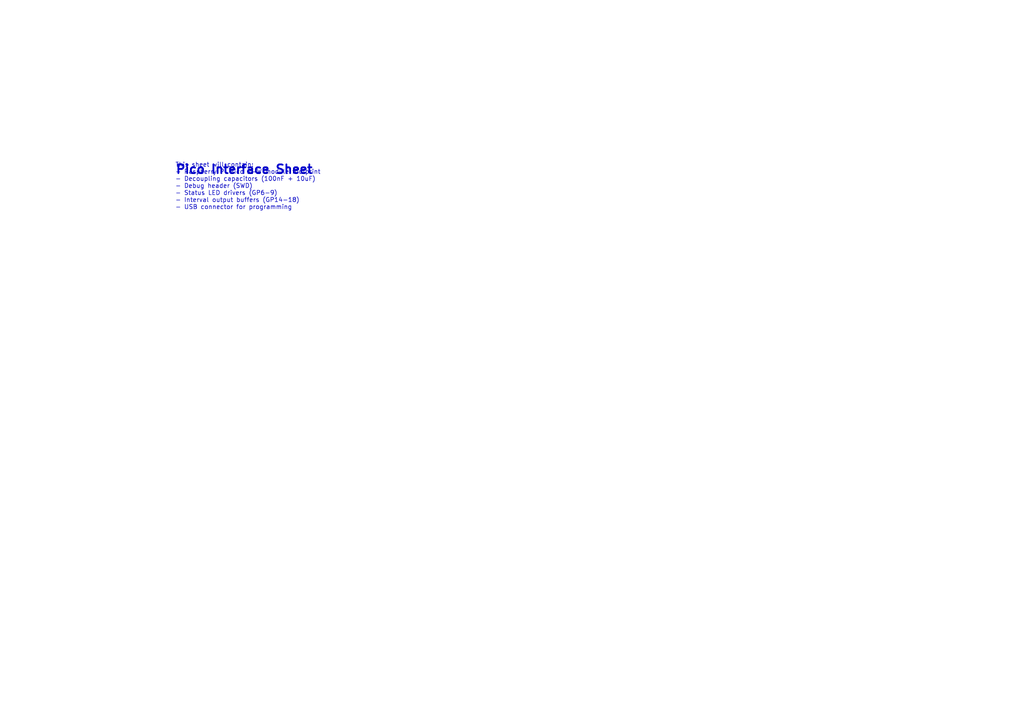
<source format=kicad_sch>
(kicad_sch
	(version 20231120)
	(generator "eeschema")
	(generator_version "8.0")
	(uuid "a1b2c3d4-0003-0003-0003-000000000003")
	(paper "A4")
	(title_block
		(title "Raspberry Pi Pico 2-W Interface")
		(date "2024-12-20")
		(rev "1.0")
		(company "CHRONOS-Rb Project")
		(comment 1 "RP2350 with CYW43 WiFi")
		(comment 2 "PIO timing inputs: GP2 (PPS), GP3 (10MHz)")
		(comment 3 "Status outputs: GP6-9 (LEDs), GP14-18 (Intervals)")
	)
	(lib_symbols)
	(text "Pico Interface Sheet"
		(exclude_from_sim no)
		(at 50.8 50.8 0)
		(effects
			(font
				(size 2.54 2.54)
				(bold yes)
			)
			(justify left bottom)
		)
		(uuid "d1b2c3d4-0001-0001-0001-000000000001")
	)
	(text "This sheet will contain:\n- Raspberry Pi Pico 2-W module footprint\n- Decoupling capacitors (100nF + 10uF)\n- Debug header (SWD)\n- Status LED drivers (GP6-9)\n- Interval output buffers (GP14-18)\n- USB connector for programming"
		(exclude_from_sim no)
		(at 50.8 60.96 0)
		(effects
			(font
				(size 1.27 1.27)
			)
			(justify left bottom)
		)
		(uuid "d1b2c3d4-0002-0002-0002-000000000002")
	)
)

</source>
